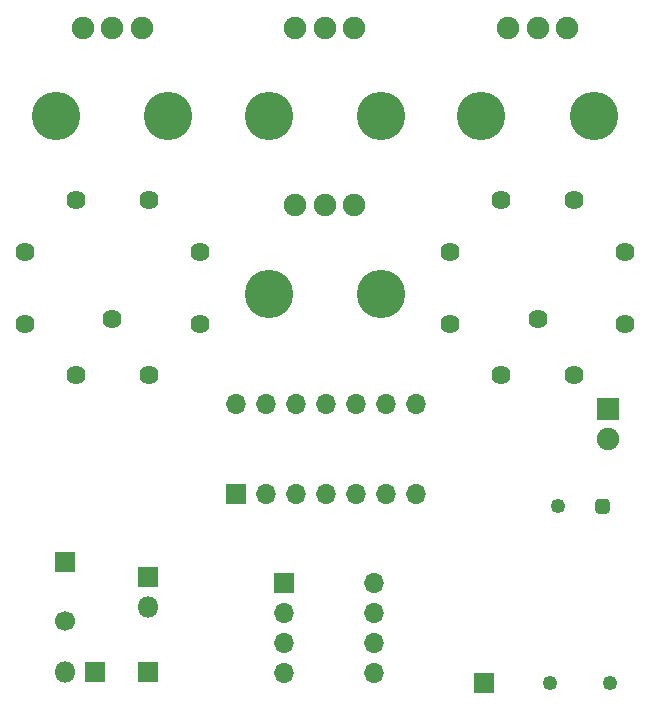
<source format=gbr>
%TF.GenerationSoftware,KiCad,Pcbnew,(5.1.6)-1*%
%TF.CreationDate,2023-06-25T00:19:37-07:00*%
%TF.ProjectId,tremolo,7472656d-6f6c-46f2-9e6b-696361645f70,rev?*%
%TF.SameCoordinates,Original*%
%TF.FileFunction,Soldermask,Top*%
%TF.FilePolarity,Negative*%
%FSLAX46Y46*%
G04 Gerber Fmt 4.6, Leading zero omitted, Abs format (unit mm)*
G04 Created by KiCad (PCBNEW (5.1.6)-1) date 2023-06-25 00:19:37*
%MOMM*%
%LPD*%
G01*
G04 APERTURE LIST*
%ADD10R,1.800000X1.800000*%
%ADD11C,1.250000*%
%ADD12R,1.700000X1.700000*%
%ADD13C,1.700000*%
%ADD14O,1.700000X1.700000*%
%ADD15C,1.624000*%
%ADD16O,1.800000X1.800000*%
%ADD17C,4.100000*%
%ADD18C,1.900000*%
%ADD19R,1.900000X1.900000*%
G04 APERTURE END LIST*
D10*
%TO.C,J5*%
X106000000Y-138500000D03*
%TD*%
%TO.C,J4*%
X77500000Y-137500000D03*
%TD*%
%TO.C,U3*%
G36*
G01*
X115687500Y-122875000D02*
X116312500Y-122875000D01*
G75*
G02*
X116625000Y-123187500I0J-312500D01*
G01*
X116625000Y-123812500D01*
G75*
G02*
X116312500Y-124125000I-312500J0D01*
G01*
X115687500Y-124125000D01*
G75*
G02*
X115375000Y-123812500I0J312500D01*
G01*
X115375000Y-123187500D01*
G75*
G02*
X115687500Y-122875000I312500J0D01*
G01*
G37*
D11*
X116640000Y-138500000D03*
X111560000Y-138500000D03*
X112200000Y-123500000D03*
%TD*%
D12*
%TO.C,C5*%
X70500000Y-128250000D03*
D13*
X70500000Y-133250000D03*
%TD*%
D14*
%TO.C,U4*%
X96620000Y-130000000D03*
X89000000Y-137620000D03*
X96620000Y-132540000D03*
X89000000Y-135080000D03*
X96620000Y-135080000D03*
X89000000Y-132540000D03*
X96620000Y-137620000D03*
D12*
X89000000Y-130000000D03*
%TD*%
D14*
%TO.C,U1*%
X85000000Y-114880000D03*
X100240000Y-122500000D03*
X87540000Y-114880000D03*
X97700000Y-122500000D03*
X90080000Y-114880000D03*
X95160000Y-122500000D03*
X92620000Y-114880000D03*
X92620000Y-122500000D03*
X95160000Y-114880000D03*
X90080000Y-122500000D03*
X97700000Y-114880000D03*
X87540000Y-122500000D03*
X100240000Y-114880000D03*
D12*
X85000000Y-122500000D03*
%TD*%
D15*
%TO.C,SW4*%
X110500000Y-107650000D03*
X103108964Y-108061467D03*
X107438533Y-97608964D03*
X117891036Y-101938533D03*
X107438533Y-112391036D03*
X103108964Y-101938533D03*
X113561467Y-97608964D03*
X117891036Y-108061467D03*
X113561467Y-112391036D03*
%TD*%
%TO.C,SW3*%
X74500000Y-107650000D03*
X67108964Y-108061467D03*
X71438533Y-97608964D03*
X81891036Y-101938533D03*
X71438533Y-112391036D03*
X67108964Y-101938533D03*
X77561467Y-97608964D03*
X81891036Y-108061467D03*
X77561467Y-112391036D03*
%TD*%
D16*
%TO.C,SW1*%
X70460000Y-137500000D03*
D10*
X73000000Y-137500000D03*
%TD*%
D17*
%TO.C,RV4*%
X87750000Y-105500000D03*
X97250000Y-105500000D03*
D18*
X90000000Y-98000000D03*
X92500000Y-98000000D03*
X95000000Y-98000000D03*
%TD*%
D17*
%TO.C,RV3*%
X105750000Y-90500000D03*
X115250000Y-90500000D03*
D18*
X108000000Y-83000000D03*
X110500000Y-83000000D03*
X113000000Y-83000000D03*
%TD*%
D17*
%TO.C,RV2*%
X87750000Y-90500000D03*
X97250000Y-90500000D03*
D18*
X90000000Y-83000000D03*
X92500000Y-83000000D03*
X95000000Y-83000000D03*
%TD*%
D17*
%TO.C,RV1*%
X69750000Y-90500000D03*
X79250000Y-90500000D03*
D18*
X72000000Y-83000000D03*
X74500000Y-83000000D03*
X77000000Y-83000000D03*
%TD*%
D10*
%TO.C,J1*%
X77500000Y-129500000D03*
D16*
X77500000Y-132040000D03*
%TD*%
D18*
%TO.C,D2*%
X116500000Y-117790000D03*
D19*
X116500000Y-115250000D03*
%TD*%
M02*

</source>
